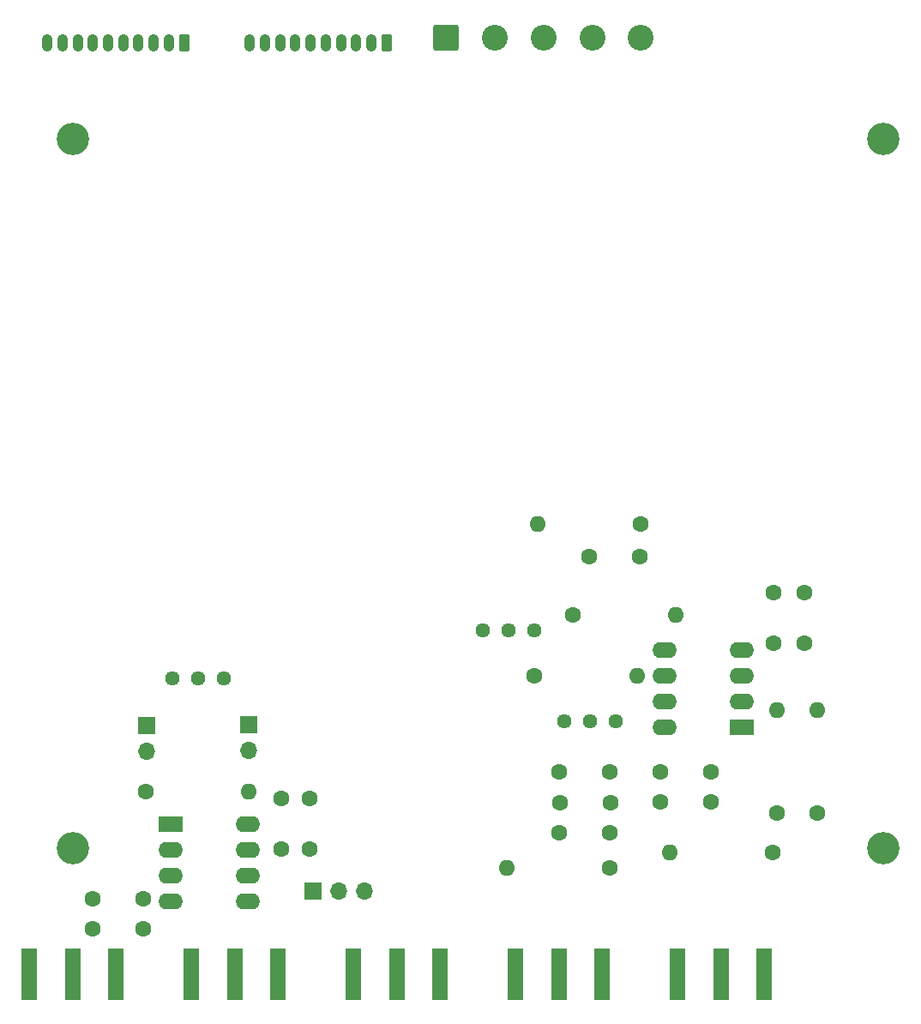
<source format=gts>
G04 #@! TF.GenerationSoftware,KiCad,Pcbnew,8.0.7*
G04 #@! TF.CreationDate,2025-01-07T02:15:50-08:00*
G04 #@! TF.ProjectId,standalone_pi_loop,7374616e-6461-46c6-9f6e-655f70695f6c,rev?*
G04 #@! TF.SameCoordinates,Original*
G04 #@! TF.FileFunction,Soldermask,Top*
G04 #@! TF.FilePolarity,Negative*
%FSLAX46Y46*%
G04 Gerber Fmt 4.6, Leading zero omitted, Abs format (unit mm)*
G04 Created by KiCad (PCBNEW 8.0.7) date 2025-01-07 02:15:50*
%MOMM*%
%LPD*%
G01*
G04 APERTURE LIST*
G04 Aperture macros list*
%AMRoundRect*
0 Rectangle with rounded corners*
0 $1 Rounding radius*
0 $2 $3 $4 $5 $6 $7 $8 $9 X,Y pos of 4 corners*
0 Add a 4 corners polygon primitive as box body*
4,1,4,$2,$3,$4,$5,$6,$7,$8,$9,$2,$3,0*
0 Add four circle primitives for the rounded corners*
1,1,$1+$1,$2,$3*
1,1,$1+$1,$4,$5*
1,1,$1+$1,$6,$7*
1,1,$1+$1,$8,$9*
0 Add four rect primitives between the rounded corners*
20,1,$1+$1,$2,$3,$4,$5,0*
20,1,$1+$1,$4,$5,$6,$7,0*
20,1,$1+$1,$6,$7,$8,$9,0*
20,1,$1+$1,$8,$9,$2,$3,0*%
G04 Aperture macros list end*
%ADD10C,1.600000*%
%ADD11R,1.500000X5.080000*%
%ADD12C,1.440000*%
%ADD13RoundRect,0.249999X-1.025001X-1.025001X1.025001X-1.025001X1.025001X1.025001X-1.025001X1.025001X0*%
%ADD14C,2.550000*%
%ADD15RoundRect,0.250000X0.265000X0.615000X-0.265000X0.615000X-0.265000X-0.615000X0.265000X-0.615000X0*%
%ADD16O,1.030000X1.730000*%
%ADD17O,1.600000X1.600000*%
%ADD18R,1.700000X1.700000*%
%ADD19O,1.700000X1.700000*%
%ADD20C,3.200000*%
%ADD21R,2.400000X1.600000*%
%ADD22O,2.400000X1.600000*%
G04 APERTURE END LIST*
D10*
X117000000Y-142980000D03*
X112000000Y-142980000D03*
X133420000Y-135140000D03*
X133420000Y-130140000D03*
D11*
X110000000Y-147450000D03*
X114250000Y-147450000D03*
X105750000Y-147450000D03*
D12*
X124900000Y-118240000D03*
X122360000Y-118240000D03*
X119820000Y-118240000D03*
D13*
X146900000Y-55000000D03*
D14*
X151700000Y-55000000D03*
X156500000Y-55000000D03*
X161300000Y-55000000D03*
X166100000Y-55000000D03*
D15*
X141000000Y-55500000D03*
D16*
X139500000Y-55500000D03*
X138000000Y-55500000D03*
X136500000Y-55500000D03*
X135000000Y-55500000D03*
X133500000Y-55500000D03*
X132000000Y-55500000D03*
X130500000Y-55500000D03*
X129000000Y-55500000D03*
X127500000Y-55500000D03*
D12*
X158540000Y-122500000D03*
X161080000Y-122500000D03*
X163620000Y-122500000D03*
D10*
X159420000Y-112000000D03*
D17*
X169580000Y-112000000D03*
D10*
X182240000Y-114820000D03*
X182240000Y-109820000D03*
D18*
X117320000Y-122940000D03*
D19*
X117320000Y-125480000D03*
D10*
X179240000Y-114820000D03*
X179240000Y-109820000D03*
D20*
X190000000Y-135000000D03*
X110000000Y-65000000D03*
D10*
X168040000Y-130500000D03*
X173040000Y-130500000D03*
D21*
X119700000Y-132700000D03*
D22*
X119700000Y-135240000D03*
X119700000Y-137780000D03*
X119700000Y-140320000D03*
X127320000Y-140320000D03*
X127320000Y-137780000D03*
X127320000Y-135240000D03*
X127320000Y-132700000D03*
D20*
X190000000Y-65000000D03*
D10*
X183500000Y-131580000D03*
D17*
X183500000Y-121420000D03*
D10*
X155540000Y-118000000D03*
D17*
X165700000Y-118000000D03*
D20*
X110000000Y-135000000D03*
D21*
X176040000Y-123120000D03*
D22*
X176040000Y-120580000D03*
X176040000Y-118040000D03*
X176040000Y-115500000D03*
X168420000Y-115500000D03*
X168420000Y-118040000D03*
X168420000Y-120580000D03*
X168420000Y-123120000D03*
D10*
X130620000Y-130140000D03*
X130620000Y-135140000D03*
X163040000Y-137000000D03*
D17*
X152880000Y-137000000D03*
D10*
X168040000Y-127500000D03*
X173040000Y-127500000D03*
X158040000Y-127500000D03*
X163040000Y-127500000D03*
X117260000Y-129440000D03*
D17*
X127420000Y-129440000D03*
D10*
X166080000Y-103000000D03*
D17*
X155920000Y-103000000D03*
D11*
X158000000Y-147450000D03*
X162250000Y-147450000D03*
X153750000Y-147450000D03*
D18*
X127420000Y-122840000D03*
D19*
X127420000Y-125380000D03*
D10*
X158140000Y-130580000D03*
X163140000Y-130580000D03*
X166000000Y-106250000D03*
X161000000Y-106250000D03*
X158040000Y-133500000D03*
X163040000Y-133500000D03*
X117000000Y-140000000D03*
X112000000Y-140000000D03*
D15*
X121000000Y-55500000D03*
D16*
X119500000Y-55500000D03*
X118000000Y-55500000D03*
X116500000Y-55500000D03*
X115000000Y-55500000D03*
X113500000Y-55500000D03*
X112000000Y-55500000D03*
X110500000Y-55500000D03*
X109000000Y-55500000D03*
X107500000Y-55500000D03*
D11*
X126000000Y-147450000D03*
X130250000Y-147450000D03*
X121750000Y-147450000D03*
X142000000Y-147450000D03*
X146250000Y-147450000D03*
X137750000Y-147450000D03*
D18*
X133740000Y-139240000D03*
D19*
X136280000Y-139240000D03*
X138820000Y-139240000D03*
D11*
X174000000Y-147450000D03*
X178250000Y-147450000D03*
X169750000Y-147450000D03*
D10*
X179540000Y-131580000D03*
D17*
X179540000Y-121420000D03*
D10*
X179080000Y-135500000D03*
D17*
X168920000Y-135500000D03*
D12*
X155540000Y-113500000D03*
X153000000Y-113500000D03*
X150460000Y-113500000D03*
M02*

</source>
